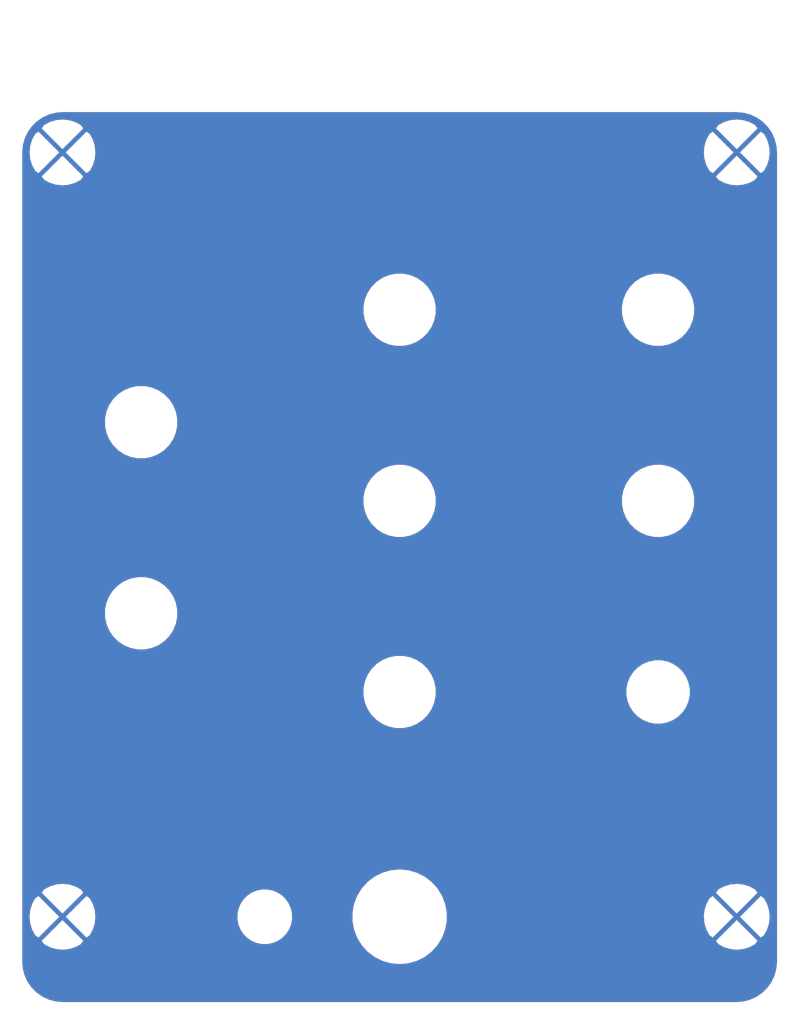
<source format=kicad_pcb>
(kicad_pcb (version 20171130) (host pcbnew 5.1.10-88a1d61d58~88~ubuntu20.04.1)

  (general
    (thickness 1.6)
    (drawings 65)
    (tracks 0)
    (zones 0)
    (modules 0)
    (nets 2)
  )

  (page A4)
  (title_block
    (title "Whooshy Sound front panel drill guide")
    (date 2021-06-29)
    (rev 0)
    (comment 1 creativecommons.org/licenses/by/4.0/)
    (comment 2 "License: CC by 4.0")
    (comment 3 "Author: Jordan Aceto")
  )

  (layers
    (0 F.Cu signal hide)
    (31 B.Cu signal hide)
    (32 B.Adhes user)
    (33 F.Adhes user)
    (34 B.Paste user)
    (35 F.Paste user)
    (36 B.SilkS user)
    (37 F.SilkS user)
    (38 B.Mask user)
    (39 F.Mask user)
    (40 Dwgs.User user)
    (41 Cmts.User user)
    (42 Eco1.User user)
    (43 Eco2.User user)
    (44 Edge.Cuts user)
    (45 Margin user)
    (46 B.CrtYd user)
    (47 F.CrtYd user)
    (48 B.Fab user hide)
    (49 F.Fab user hide)
  )

  (setup
    (last_trace_width 0.25)
    (user_trace_width 0.3)
    (user_trace_width 0.4)
    (user_trace_width 0.5)
    (user_trace_width 1)
    (trace_clearance 0.2)
    (zone_clearance 0.508)
    (zone_45_only no)
    (trace_min 0.2)
    (via_size 0.8)
    (via_drill 0.4)
    (via_min_size 0.4)
    (via_min_drill 0.3)
    (user_via 1 0.8)
    (uvia_size 0.3)
    (uvia_drill 0.1)
    (uvias_allowed no)
    (uvia_min_size 0.2)
    (uvia_min_drill 0.1)
    (edge_width 0.05)
    (segment_width 0.2)
    (pcb_text_width 0.3)
    (pcb_text_size 1.5 1.5)
    (mod_edge_width 0.12)
    (mod_text_size 1 1)
    (mod_text_width 0.15)
    (pad_size 0.8 0.8)
    (pad_drill 0.5)
    (pad_to_mask_clearance 0.05)
    (aux_axis_origin 0 0)
    (visible_elements FFFFFF7F)
    (pcbplotparams
      (layerselection 0x010f0_ffffffff)
      (usegerberextensions true)
      (usegerberattributes false)
      (usegerberadvancedattributes false)
      (creategerberjobfile false)
      (excludeedgelayer true)
      (linewidth 0.100000)
      (plotframeref false)
      (viasonmask false)
      (mode 1)
      (useauxorigin false)
      (hpglpennumber 1)
      (hpglpenspeed 20)
      (hpglpendiameter 15.000000)
      (psnegative false)
      (psa4output false)
      (plotreference true)
      (plotvalue false)
      (plotinvisibletext false)
      (padsonsilk false)
      (subtractmaskfromsilk true)
      (outputformat 1)
      (mirror false)
      (drillshape 0)
      (scaleselection 1)
      (outputdirectory "../gerbers/"))
  )

  (net 0 "")
  (net 1 GND)

  (net_class Default "This is the default net class."
    (clearance 0.2)
    (trace_width 0.25)
    (via_dia 0.8)
    (via_drill 0.4)
    (uvia_dia 0.3)
    (uvia_drill 0.1)
    (add_net GND)
  )

  (gr_text "Hamond 1590BBS" (at 116.84 27.305) (layer Dwgs.User) (tstamp 60DB8631)
    (effects (font (size 3 3) (thickness 0.15)))
  )
  (gr_text pot (at 146.05 50.165) (layer Dwgs.User) (tstamp 60DB8631)
    (effects (font (size 3 3) (thickness 0.15)))
  )
  (gr_text pot (at 146.05 71.755) (layer Dwgs.User) (tstamp 60DB8631)
    (effects (font (size 3 3) (thickness 0.15)))
  )
  (gr_text pot (at 116.84 93.345) (layer Dwgs.User) (tstamp 60DB8631)
    (effects (font (size 3 3) (thickness 0.15)))
  )
  (gr_text pot (at 116.84 71.755) (layer Dwgs.User) (tstamp 60DB8631)
    (effects (font (size 3 3) (thickness 0.15)))
  )
  (gr_text pot (at 116.84 50.165) (layer Dwgs.User) (tstamp 60DB8631)
    (effects (font (size 3 3) (thickness 0.15)))
  )
  (gr_text pot (at 87.63 84.455) (layer Dwgs.User) (tstamp 60DB8631)
    (effects (font (size 3 3) (thickness 0.15)))
  )
  (gr_text pot (at 87.63 62.865) (layer Dwgs.User) (tstamp 60DB85EC)
    (effects (font (size 3 3) (thickness 0.15)))
  )
  (gr_text "toggle\nswitch" (at 146.05 93.345) (layer Dwgs.User) (tstamp 60DB85EC)
    (effects (font (size 3 3) (thickness 0.15)))
  )
  (gr_text footswitch (at 116.84 135.255) (layer Dwgs.User) (tstamp 60DB85EC)
    (effects (font (size 3 3) (thickness 0.15)))
  )
  (gr_text "5mm LED" (at 101.6 120.015) (layer Dwgs.User) (tstamp 60DB85EC)
    (effects (font (size 3 3) (thickness 0.15)))
  )
  (gr_text M3 (at 78.74 120.015) (layer Dwgs.User) (tstamp 60DB85EC)
    (effects (font (size 3 3) (thickness 0.15)))
  )
  (gr_text M3 (at 154.94 120.015) (layer Dwgs.User) (tstamp 60DB85EC)
    (effects (font (size 3 3) (thickness 0.15)))
  )
  (gr_text M3 (at 154.94 33.655) (layer Dwgs.User) (tstamp 60DB85EC)
    (effects (font (size 3 3) (thickness 0.15)))
  )
  (gr_text M3 (at 78.74 33.655) (layer Dwgs.User) (tstamp 60DB85EC)
    (effects (font (size 3 3) (thickness 0.15)))
  )
  (gr_line (start 73.66 40.64) (end 83.82 40.64) (layer Dwgs.User) (width 0.15) (tstamp 60DB85C5))
  (gr_line (start 78.74 45.72) (end 78.74 35.56) (layer Dwgs.User) (width 0.15) (tstamp 60DB85C4))
  (gr_line (start 149.86 40.64) (end 160.02 40.64) (layer Dwgs.User) (width 0.15) (tstamp 60DB85C5))
  (gr_line (start 154.94 45.72) (end 154.94 35.56) (layer Dwgs.User) (width 0.15) (tstamp 60DB85C4))
  (gr_line (start 140.97 58.42) (end 151.13 58.42) (layer Dwgs.User) (width 0.15) (tstamp 60DB85C5))
  (gr_line (start 146.05 63.5) (end 146.05 53.34) (layer Dwgs.User) (width 0.15) (tstamp 60DB85C4))
  (gr_line (start 111.76 58.42) (end 121.92 58.42) (layer Dwgs.User) (width 0.15) (tstamp 60DB85C5))
  (gr_line (start 116.84 63.5) (end 116.84 53.34) (layer Dwgs.User) (width 0.15) (tstamp 60DB85C4))
  (gr_line (start 82.55 71.12) (end 92.71 71.12) (layer Dwgs.User) (width 0.15) (tstamp 60DB85C5))
  (gr_line (start 87.63 76.2) (end 87.63 66.04) (layer Dwgs.User) (width 0.15) (tstamp 60DB85C4))
  (gr_line (start 140.97 80.01) (end 151.13 80.01) (layer Dwgs.User) (width 0.15) (tstamp 60DB85C5))
  (gr_line (start 146.05 85.09) (end 146.05 74.93) (layer Dwgs.User) (width 0.15) (tstamp 60DB85C4))
  (gr_line (start 111.76 80.01) (end 121.92 80.01) (layer Dwgs.User) (width 0.15) (tstamp 60DB85C5))
  (gr_line (start 116.84 85.09) (end 116.84 74.93) (layer Dwgs.User) (width 0.15) (tstamp 60DB85C4))
  (gr_line (start 111.76 101.6) (end 121.92 101.6) (layer Dwgs.User) (width 0.15) (tstamp 60DB85C5))
  (gr_line (start 116.84 106.68) (end 116.84 96.52) (layer Dwgs.User) (width 0.15) (tstamp 60DB85C4))
  (gr_line (start 140.97 101.6) (end 151.13 101.6) (layer Dwgs.User) (width 0.15) (tstamp 60DB85C5))
  (gr_line (start 146.05 106.68) (end 146.05 96.52) (layer Dwgs.User) (width 0.15) (tstamp 60DB85C4))
  (gr_line (start 149.86 127) (end 160.02 127) (layer Dwgs.User) (width 0.15) (tstamp 60DB85C5))
  (gr_line (start 154.94 132.08) (end 154.94 121.92) (layer Dwgs.User) (width 0.15) (tstamp 60DB85C4))
  (gr_line (start 111.76 127) (end 121.92 127) (layer Dwgs.User) (width 0.15) (tstamp 60DB85C5))
  (gr_line (start 116.84 132.08) (end 116.84 121.92) (layer Dwgs.User) (width 0.15) (tstamp 60DB85C4))
  (gr_line (start 96.52 127) (end 106.68 127) (layer Dwgs.User) (width 0.15) (tstamp 60DB85C5))
  (gr_line (start 101.6 132.08) (end 101.6 121.92) (layer Dwgs.User) (width 0.15) (tstamp 60DB85C4))
  (gr_line (start 73.66 127) (end 83.82 127) (layer Dwgs.User) (width 0.15) (tstamp 60DB85C5))
  (gr_line (start 78.74 132.08) (end 78.74 121.92) (layer Dwgs.User) (width 0.15) (tstamp 60DB85C4))
  (gr_line (start 87.63 97.79) (end 87.63 87.63) (layer Dwgs.User) (width 0.15) (tstamp 60DB843B))
  (gr_line (start 82.55 92.71) (end 92.71 92.71) (layer Dwgs.User) (width 0.15) (tstamp 60DB843A))
  (gr_circle (center 101.6 127) (end 104.15 127) (layer Dwgs.User) (width 0.15) (tstamp 60DB84F6))
  (gr_circle (center 154.94 40.64) (end 156.49 40.64) (layer Dwgs.User) (width 0.15) (tstamp 60DB8488))
  (gr_circle (center 78.74 40.64) (end 80.29 40.64) (layer Dwgs.User) (width 0.15) (tstamp 60DB8488))
  (gr_circle (center 78.74 127) (end 80.29 127) (layer Dwgs.User) (width 0.15) (tstamp 60DB8488))
  (gr_circle (center 154.94 127) (end 156.49 127) (layer Dwgs.User) (width 0.15))
  (gr_arc (start 159.385 26.035) (end 161.925 26.035) (angle -90) (layer Dwgs.User) (width 0.15) (tstamp 60CD313B))
  (gr_arc (start 159.385 136.525) (end 159.385 139.065) (angle -90) (layer Dwgs.User) (width 0.15) (tstamp 60CD313B))
  (gr_arc (start 74.295 136.525) (end 71.755 136.525) (angle -90) (layer Dwgs.User) (width 0.15) (tstamp 60CD313B))
  (gr_arc (start 74.295 26.035) (end 74.295 23.495) (angle -90) (layer Dwgs.User) (width 0.15))
  (gr_line (start 74.295 139.065) (end 159.385 139.065) (layer Dwgs.User) (width 0.15) (tstamp 60CD3114))
  (gr_line (start 71.755 26.035) (end 71.755 136.525) (layer Dwgs.User) (width 0.15))
  (gr_line (start 161.925 26.035) (end 161.925 136.525) (layer Dwgs.User) (width 0.15))
  (gr_line (start 74.295 23.495) (end 159.385 23.495) (layer Dwgs.User) (width 0.15))
  (gr_circle (center 116.84 127) (end 120.92 127) (layer Dwgs.User) (width 0.15))
  (gr_circle (center 116.84 101.6) (end 120.39 101.6) (layer Dwgs.User) (width 0.15) (tstamp 60CCFA57))
  (gr_circle (center 87.63 92.71) (end 91.18 92.71) (layer Dwgs.User) (width 0.15) (tstamp 60CCFA57))
  (gr_circle (center 146.05 101.6) (end 149.1 101.6) (layer Dwgs.User) (width 0.15) (tstamp 60CCFA57))
  (gr_circle (center 146.05 80.01) (end 149.6 80.01) (layer Dwgs.User) (width 0.15) (tstamp 60CCFA57))
  (gr_circle (center 116.84 80.01) (end 120.39 80.01) (layer Dwgs.User) (width 0.15) (tstamp 60CCFA57))
  (gr_circle (center 87.63 71.12) (end 91.18 71.12) (layer Dwgs.User) (width 0.15) (tstamp 5F20212B))
  (gr_circle (center 116.84 58.42) (end 120.39 58.42) (layer Dwgs.User) (width 0.15) (tstamp 5F20212B))
  (gr_circle (center 146.05 58.42) (end 149.6 58.42) (layer Dwgs.User) (width 0.15))

  (zone (net 1) (net_name GND) (layer F.Cu) (tstamp 60DB82AA) (hatch edge 0.508)
    (connect_pads (clearance 0.508))
    (min_thickness 0.254)
    (fill yes (arc_segments 32) (thermal_gap 0.508) (thermal_bridge_width 0.508))
    (polygon
      (pts
        (xy 162.56 139.7) (xy 71.12 139.7) (xy 71.12 33.02) (xy 162.56 33.02)
      )
    )
    (filled_polygon
      (pts
        (xy 155.722249 36.292437) (xy 156.479774 36.499672) (xy 157.188625 36.837777) (xy 157.826404 37.296067) (xy 158.372946 37.860055)
        (xy 158.810977 38.511913) (xy 159.126651 39.231038) (xy 159.311206 39.999768) (xy 159.360001 40.664221) (xy 159.36 132.050608)
        (xy 159.287563 132.862249) (xy 159.080328 133.619774) (xy 158.742221 134.328627) (xy 158.283928 134.96641) (xy 157.719945 135.512946)
        (xy 157.068085 135.950978) (xy 156.348963 136.266651) (xy 155.580232 136.451206) (xy 154.915792 136.5) (xy 78.769392 136.5)
        (xy 77.957751 136.427563) (xy 77.200226 136.220328) (xy 76.491373 135.882221) (xy 75.85359 135.423928) (xy 75.307054 134.859945)
        (xy 74.869022 134.208085) (xy 74.553349 133.488963) (xy 74.368794 132.720232) (xy 74.32 132.055792) (xy 74.32 129.700881)
        (xy 76.218724 129.700881) (xy 76.578912 130.190548) (xy 77.242882 130.550849) (xy 77.964385 130.774694) (xy 78.715695 130.85348)
        (xy 79.467938 130.784178) (xy 80.192208 130.569452) (xy 80.86067 130.217555) (xy 80.901088 130.190548) (xy 81.261276 129.700881)
        (xy 78.74 127.179605) (xy 76.218724 129.700881) (xy 74.32 129.700881) (xy 74.32 126.975695) (xy 74.88652 126.975695)
        (xy 74.955822 127.727938) (xy 75.170548 128.452208) (xy 75.522445 129.12067) (xy 75.549452 129.161088) (xy 76.039119 129.521276)
        (xy 78.560395 127) (xy 78.919605 127) (xy 81.440881 129.521276) (xy 81.930548 129.161088) (xy 82.290849 128.497118)
        (xy 82.514694 127.775615) (xy 82.59348 127.024305) (xy 82.562074 126.683405) (xy 98.385553 126.683405) (xy 98.385553 127.316595)
        (xy 98.509083 127.93762) (xy 98.751394 128.522611) (xy 99.103176 129.04909) (xy 99.55091 129.496824) (xy 100.077389 129.848606)
        (xy 100.66238 130.090917) (xy 101.283405 130.214447) (xy 101.916595 130.214447) (xy 102.53762 130.090917) (xy 103.122611 129.848606)
        (xy 103.64909 129.496824) (xy 104.096824 129.04909) (xy 104.448606 128.522611) (xy 104.690917 127.93762) (xy 104.814447 127.316595)
        (xy 104.814447 126.683405) (xy 104.776846 126.494369) (xy 111.383377 126.494369) (xy 111.383377 127.505631) (xy 111.569195 128.499673)
        (xy 111.934505 129.442646) (xy 112.466866 130.302438) (xy 113.148148 131.049769) (xy 113.955152 131.65919) (xy 114.860396 132.109948)
        (xy 115.833053 132.386693) (xy 116.84 132.48) (xy 117.846947 132.386693) (xy 118.819604 132.109948) (xy 119.724848 131.65919)
        (xy 120.531852 131.049769) (xy 121.213134 130.302438) (xy 121.585602 129.700881) (xy 152.418724 129.700881) (xy 152.778912 130.190548)
        (xy 153.442882 130.550849) (xy 154.164385 130.774694) (xy 154.915695 130.85348) (xy 155.667938 130.784178) (xy 156.392208 130.569452)
        (xy 157.06067 130.217555) (xy 157.101088 130.190548) (xy 157.461276 129.700881) (xy 154.94 127.179605) (xy 152.418724 129.700881)
        (xy 121.585602 129.700881) (xy 121.745495 129.442646) (xy 122.110805 128.499673) (xy 122.296623 127.505631) (xy 122.296623 126.975695)
        (xy 151.08652 126.975695) (xy 151.155822 127.727938) (xy 151.370548 128.452208) (xy 151.722445 129.12067) (xy 151.749452 129.161088)
        (xy 152.239119 129.521276) (xy 154.760395 127) (xy 155.119605 127) (xy 157.640881 129.521276) (xy 158.130548 129.161088)
        (xy 158.490849 128.497118) (xy 158.714694 127.775615) (xy 158.79348 127.024305) (xy 158.724178 126.272062) (xy 158.509452 125.547792)
        (xy 158.157555 124.87933) (xy 158.130548 124.838912) (xy 157.640881 124.478724) (xy 155.119605 127) (xy 154.760395 127)
        (xy 152.239119 124.478724) (xy 151.749452 124.838912) (xy 151.389151 125.502882) (xy 151.165306 126.224385) (xy 151.08652 126.975695)
        (xy 122.296623 126.975695) (xy 122.296623 126.494369) (xy 122.110805 125.500327) (xy 121.745495 124.557354) (xy 121.585603 124.299119)
        (xy 152.418724 124.299119) (xy 154.94 126.820395) (xy 157.461276 124.299119) (xy 157.101088 123.809452) (xy 156.437118 123.449151)
        (xy 155.715615 123.225306) (xy 154.964305 123.14652) (xy 154.212062 123.215822) (xy 153.487792 123.430548) (xy 152.81933 123.782445)
        (xy 152.778912 123.809452) (xy 152.418724 124.299119) (xy 121.585603 124.299119) (xy 121.213134 123.697562) (xy 120.531852 122.950231)
        (xy 119.724848 122.34081) (xy 118.819604 121.890052) (xy 117.846947 121.613307) (xy 116.84 121.52) (xy 115.833053 121.613307)
        (xy 114.860396 121.890052) (xy 113.955152 122.34081) (xy 113.148148 122.950231) (xy 112.466866 123.697562) (xy 111.934505 124.557354)
        (xy 111.569195 125.500327) (xy 111.383377 126.494369) (xy 104.776846 126.494369) (xy 104.690917 126.06238) (xy 104.448606 125.477389)
        (xy 104.096824 124.95091) (xy 103.64909 124.503176) (xy 103.122611 124.151394) (xy 102.53762 123.909083) (xy 101.916595 123.785553)
        (xy 101.283405 123.785553) (xy 100.66238 123.909083) (xy 100.077389 124.151394) (xy 99.55091 124.503176) (xy 99.103176 124.95091)
        (xy 98.751394 125.477389) (xy 98.509083 126.06238) (xy 98.385553 126.683405) (xy 82.562074 126.683405) (xy 82.524178 126.272062)
        (xy 82.309452 125.547792) (xy 81.957555 124.87933) (xy 81.930548 124.838912) (xy 81.440881 124.478724) (xy 78.919605 127)
        (xy 78.560395 127) (xy 76.039119 124.478724) (xy 75.549452 124.838912) (xy 75.189151 125.502882) (xy 74.965306 126.224385)
        (xy 74.88652 126.975695) (xy 74.32 126.975695) (xy 74.32 124.299119) (xy 76.218724 124.299119) (xy 78.74 126.820395)
        (xy 81.261276 124.299119) (xy 80.901088 123.809452) (xy 80.237118 123.449151) (xy 79.515615 123.225306) (xy 78.764305 123.14652)
        (xy 78.012062 123.215822) (xy 77.287792 123.430548) (xy 76.61933 123.782445) (xy 76.578912 123.809452) (xy 76.218724 124.299119)
        (xy 74.32 124.299119) (xy 74.32 101.185387) (xy 112.630369 101.185387) (xy 112.630369 102.014613) (xy 112.792142 102.827904)
        (xy 113.109473 103.594008) (xy 113.570166 104.283484) (xy 114.156516 104.869834) (xy 114.845992 105.330527) (xy 115.612096 105.647858)
        (xy 116.425387 105.809631) (xy 117.254613 105.809631) (xy 118.067904 105.647858) (xy 118.834008 105.330527) (xy 119.523484 104.869834)
        (xy 120.109834 104.283484) (xy 120.570527 103.594008) (xy 120.887858 102.827904) (xy 121.049631 102.014613) (xy 121.049631 101.234396)
        (xy 142.337961 101.234396) (xy 142.337961 101.965604) (xy 142.480613 102.682762) (xy 142.760434 103.35831) (xy 143.166671 103.966287)
        (xy 143.683713 104.483329) (xy 144.29169 104.889566) (xy 144.967238 105.169387) (xy 145.684396 105.312039) (xy 146.415604 105.312039)
        (xy 147.132762 105.169387) (xy 147.80831 104.889566) (xy 148.416287 104.483329) (xy 148.933329 103.966287) (xy 149.339566 103.35831)
        (xy 149.619387 102.682762) (xy 149.762039 101.965604) (xy 149.762039 101.234396) (xy 149.619387 100.517238) (xy 149.339566 99.84169)
        (xy 148.933329 99.233713) (xy 148.416287 98.716671) (xy 147.80831 98.310434) (xy 147.132762 98.030613) (xy 146.415604 97.887961)
        (xy 145.684396 97.887961) (xy 144.967238 98.030613) (xy 144.29169 98.310434) (xy 143.683713 98.716671) (xy 143.166671 99.233713)
        (xy 142.760434 99.84169) (xy 142.480613 100.517238) (xy 142.337961 101.234396) (xy 121.049631 101.234396) (xy 121.049631 101.185387)
        (xy 120.887858 100.372096) (xy 120.570527 99.605992) (xy 120.109834 98.916516) (xy 119.523484 98.330166) (xy 118.834008 97.869473)
        (xy 118.067904 97.552142) (xy 117.254613 97.390369) (xy 116.425387 97.390369) (xy 115.612096 97.552142) (xy 114.845992 97.869473)
        (xy 114.156516 98.330166) (xy 113.570166 98.916516) (xy 113.109473 99.605992) (xy 112.792142 100.372096) (xy 112.630369 101.185387)
        (xy 74.32 101.185387) (xy 74.32 92.295387) (xy 83.420369 92.295387) (xy 83.420369 93.124613) (xy 83.582142 93.937904)
        (xy 83.899473 94.704008) (xy 84.360166 95.393484) (xy 84.946516 95.979834) (xy 85.635992 96.440527) (xy 86.402096 96.757858)
        (xy 87.215387 96.919631) (xy 88.044613 96.919631) (xy 88.857904 96.757858) (xy 89.624008 96.440527) (xy 90.313484 95.979834)
        (xy 90.899834 95.393484) (xy 91.360527 94.704008) (xy 91.677858 93.937904) (xy 91.839631 93.124613) (xy 91.839631 92.295387)
        (xy 91.677858 91.482096) (xy 91.360527 90.715992) (xy 90.899834 90.026516) (xy 90.313484 89.440166) (xy 89.624008 88.979473)
        (xy 88.857904 88.662142) (xy 88.044613 88.500369) (xy 87.215387 88.500369) (xy 86.402096 88.662142) (xy 85.635992 88.979473)
        (xy 84.946516 89.440166) (xy 84.360166 90.026516) (xy 83.899473 90.715992) (xy 83.582142 91.482096) (xy 83.420369 92.295387)
        (xy 74.32 92.295387) (xy 74.32 79.595387) (xy 112.630369 79.595387) (xy 112.630369 80.424613) (xy 112.792142 81.237904)
        (xy 113.109473 82.004008) (xy 113.570166 82.693484) (xy 114.156516 83.279834) (xy 114.845992 83.740527) (xy 115.612096 84.057858)
        (xy 116.425387 84.219631) (xy 117.254613 84.219631) (xy 118.067904 84.057858) (xy 118.834008 83.740527) (xy 119.523484 83.279834)
        (xy 120.109834 82.693484) (xy 120.570527 82.004008) (xy 120.887858 81.237904) (xy 121.049631 80.424613) (xy 121.049631 79.595387)
        (xy 141.840369 79.595387) (xy 141.840369 80.424613) (xy 142.002142 81.237904) (xy 142.319473 82.004008) (xy 142.780166 82.693484)
        (xy 143.366516 83.279834) (xy 144.055992 83.740527) (xy 144.822096 84.057858) (xy 145.635387 84.219631) (xy 146.464613 84.219631)
        (xy 147.277904 84.057858) (xy 148.044008 83.740527) (xy 148.733484 83.279834) (xy 149.319834 82.693484) (xy 149.780527 82.004008)
        (xy 150.097858 81.237904) (xy 150.259631 80.424613) (xy 150.259631 79.595387) (xy 150.097858 78.782096) (xy 149.780527 78.015992)
        (xy 149.319834 77.326516) (xy 148.733484 76.740166) (xy 148.044008 76.279473) (xy 147.277904 75.962142) (xy 146.464613 75.800369)
        (xy 145.635387 75.800369) (xy 144.822096 75.962142) (xy 144.055992 76.279473) (xy 143.366516 76.740166) (xy 142.780166 77.326516)
        (xy 142.319473 78.015992) (xy 142.002142 78.782096) (xy 141.840369 79.595387) (xy 121.049631 79.595387) (xy 120.887858 78.782096)
        (xy 120.570527 78.015992) (xy 120.109834 77.326516) (xy 119.523484 76.740166) (xy 118.834008 76.279473) (xy 118.067904 75.962142)
        (xy 117.254613 75.800369) (xy 116.425387 75.800369) (xy 115.612096 75.962142) (xy 114.845992 76.279473) (xy 114.156516 76.740166)
        (xy 113.570166 77.326516) (xy 113.109473 78.015992) (xy 112.792142 78.782096) (xy 112.630369 79.595387) (xy 74.32 79.595387)
        (xy 74.32 70.705387) (xy 83.420369 70.705387) (xy 83.420369 71.534613) (xy 83.582142 72.347904) (xy 83.899473 73.114008)
        (xy 84.360166 73.803484) (xy 84.946516 74.389834) (xy 85.635992 74.850527) (xy 86.402096 75.167858) (xy 87.215387 75.329631)
        (xy 88.044613 75.329631) (xy 88.857904 75.167858) (xy 89.624008 74.850527) (xy 90.313484 74.389834) (xy 90.899834 73.803484)
        (xy 91.360527 73.114008) (xy 91.677858 72.347904) (xy 91.839631 71.534613) (xy 91.839631 70.705387) (xy 91.677858 69.892096)
        (xy 91.360527 69.125992) (xy 90.899834 68.436516) (xy 90.313484 67.850166) (xy 89.624008 67.389473) (xy 88.857904 67.072142)
        (xy 88.044613 66.910369) (xy 87.215387 66.910369) (xy 86.402096 67.072142) (xy 85.635992 67.389473) (xy 84.946516 67.850166)
        (xy 84.360166 68.436516) (xy 83.899473 69.125992) (xy 83.582142 69.892096) (xy 83.420369 70.705387) (xy 74.32 70.705387)
        (xy 74.32 58.005387) (xy 112.630369 58.005387) (xy 112.630369 58.834613) (xy 112.792142 59.647904) (xy 113.109473 60.414008)
        (xy 113.570166 61.103484) (xy 114.156516 61.689834) (xy 114.845992 62.150527) (xy 115.612096 62.467858) (xy 116.425387 62.629631)
        (xy 117.254613 62.629631) (xy 118.067904 62.467858) (xy 118.834008 62.150527) (xy 119.523484 61.689834) (xy 120.109834 61.103484)
        (xy 120.570527 60.414008) (xy 120.887858 59.647904) (xy 121.049631 58.834613) (xy 121.049631 58.005387) (xy 141.840369 58.005387)
        (xy 141.840369 58.834613) (xy 142.002142 59.647904) (xy 142.319473 60.414008) (xy 142.780166 61.103484) (xy 143.366516 61.689834)
        (xy 144.055992 62.150527) (xy 144.822096 62.467858) (xy 145.635387 62.629631) (xy 146.464613 62.629631) (xy 147.277904 62.467858)
        (xy 148.044008 62.150527) (xy 148.733484 61.689834) (xy 149.319834 61.103484) (xy 149.780527 60.414008) (xy 150.097858 59.647904)
        (xy 150.259631 58.834613) (xy 150.259631 58.005387) (xy 150.097858 57.192096) (xy 149.780527 56.425992) (xy 149.319834 55.736516)
        (xy 148.733484 55.150166) (xy 148.044008 54.689473) (xy 147.277904 54.372142) (xy 146.464613 54.210369) (xy 145.635387 54.210369)
        (xy 144.822096 54.372142) (xy 144.055992 54.689473) (xy 143.366516 55.150166) (xy 142.780166 55.736516) (xy 142.319473 56.425992)
        (xy 142.002142 57.192096) (xy 141.840369 58.005387) (xy 121.049631 58.005387) (xy 120.887858 57.192096) (xy 120.570527 56.425992)
        (xy 120.109834 55.736516) (xy 119.523484 55.150166) (xy 118.834008 54.689473) (xy 118.067904 54.372142) (xy 117.254613 54.210369)
        (xy 116.425387 54.210369) (xy 115.612096 54.372142) (xy 114.845992 54.689473) (xy 114.156516 55.150166) (xy 113.570166 55.736516)
        (xy 113.109473 56.425992) (xy 112.792142 57.192096) (xy 112.630369 58.005387) (xy 74.32 58.005387) (xy 74.32 43.340881)
        (xy 76.218724 43.340881) (xy 76.578912 43.830548) (xy 77.242882 44.190849) (xy 77.964385 44.414694) (xy 78.715695 44.49348)
        (xy 79.467938 44.424178) (xy 80.192208 44.209452) (xy 80.86067 43.857555) (xy 80.901088 43.830548) (xy 81.261276 43.340881)
        (xy 152.418724 43.340881) (xy 152.778912 43.830548) (xy 153.442882 44.190849) (xy 154.164385 44.414694) (xy 154.915695 44.49348)
        (xy 155.667938 44.424178) (xy 156.392208 44.209452) (xy 157.06067 43.857555) (xy 157.101088 43.830548) (xy 157.461276 43.340881)
        (xy 154.94 40.819605) (xy 152.418724 43.340881) (xy 81.261276 43.340881) (xy 78.74 40.819605) (xy 76.218724 43.340881)
        (xy 74.32 43.340881) (xy 74.32 40.669392) (xy 74.324792 40.615695) (xy 74.88652 40.615695) (xy 74.955822 41.367938)
        (xy 75.170548 42.092208) (xy 75.522445 42.76067) (xy 75.549452 42.801088) (xy 76.039119 43.161276) (xy 78.560395 40.64)
        (xy 78.919605 40.64) (xy 81.440881 43.161276) (xy 81.930548 42.801088) (xy 82.290849 42.137118) (xy 82.514694 41.415615)
        (xy 82.59348 40.664305) (xy 82.589002 40.615695) (xy 151.08652 40.615695) (xy 151.155822 41.367938) (xy 151.370548 42.092208)
        (xy 151.722445 42.76067) (xy 151.749452 42.801088) (xy 152.239119 43.161276) (xy 154.760395 40.64) (xy 155.119605 40.64)
        (xy 157.640881 43.161276) (xy 158.130548 42.801088) (xy 158.490849 42.137118) (xy 158.714694 41.415615) (xy 158.79348 40.664305)
        (xy 158.724178 39.912062) (xy 158.509452 39.187792) (xy 158.157555 38.51933) (xy 158.130548 38.478912) (xy 157.640881 38.118724)
        (xy 155.119605 40.64) (xy 154.760395 40.64) (xy 152.239119 38.118724) (xy 151.749452 38.478912) (xy 151.389151 39.142882)
        (xy 151.165306 39.864385) (xy 151.08652 40.615695) (xy 82.589002 40.615695) (xy 82.524178 39.912062) (xy 82.309452 39.187792)
        (xy 81.957555 38.51933) (xy 81.930548 38.478912) (xy 81.440881 38.118724) (xy 78.919605 40.64) (xy 78.560395 40.64)
        (xy 76.039119 38.118724) (xy 75.549452 38.478912) (xy 75.189151 39.142882) (xy 74.965306 39.864385) (xy 74.88652 40.615695)
        (xy 74.324792 40.615695) (xy 74.392437 39.857751) (xy 74.599672 39.100226) (xy 74.937777 38.391375) (xy 75.262755 37.939119)
        (xy 76.218724 37.939119) (xy 78.74 40.460395) (xy 81.261276 37.939119) (xy 152.418724 37.939119) (xy 154.94 40.460395)
        (xy 157.461276 37.939119) (xy 157.101088 37.449452) (xy 156.437118 37.089151) (xy 155.715615 36.865306) (xy 154.964305 36.78652)
        (xy 154.212062 36.855822) (xy 153.487792 37.070548) (xy 152.81933 37.422445) (xy 152.778912 37.449452) (xy 152.418724 37.939119)
        (xy 81.261276 37.939119) (xy 80.901088 37.449452) (xy 80.237118 37.089151) (xy 79.515615 36.865306) (xy 78.764305 36.78652)
        (xy 78.012062 36.855822) (xy 77.287792 37.070548) (xy 76.61933 37.422445) (xy 76.578912 37.449452) (xy 76.218724 37.939119)
        (xy 75.262755 37.939119) (xy 75.396067 37.753596) (xy 75.960055 37.207054) (xy 76.611913 36.769023) (xy 77.331038 36.453349)
        (xy 78.099768 36.268794) (xy 78.764207 36.22) (xy 154.910608 36.22)
      )
    )
  )
  (zone (net 1) (net_name GND) (layer B.Cu) (tstamp 60DB82A7) (hatch edge 0.508)
    (connect_pads (clearance 0.508))
    (min_thickness 0.254)
    (fill yes (arc_segments 32) (thermal_gap 0.508) (thermal_bridge_width 0.508))
    (polygon
      (pts
        (xy 165.1 142.24) (xy 68.58 142.24) (xy 68.58 30.48) (xy 165.1 30.48)
      )
    )
    (filled_polygon
      (pts
        (xy 155.722249 36.292437) (xy 156.479774 36.499672) (xy 157.188625 36.837777) (xy 157.826404 37.296067) (xy 158.372946 37.860055)
        (xy 158.810977 38.511913) (xy 159.126651 39.231038) (xy 159.311206 39.999768) (xy 159.360001 40.664221) (xy 159.36 132.050608)
        (xy 159.287563 132.862249) (xy 159.080328 133.619774) (xy 158.742221 134.328627) (xy 158.283928 134.96641) (xy 157.719945 135.512946)
        (xy 157.068085 135.950978) (xy 156.348963 136.266651) (xy 155.580232 136.451206) (xy 154.915792 136.5) (xy 78.769392 136.5)
        (xy 77.957751 136.427563) (xy 77.200226 136.220328) (xy 76.491373 135.882221) (xy 75.85359 135.423928) (xy 75.307054 134.859945)
        (xy 74.869022 134.208085) (xy 74.553349 133.488963) (xy 74.368794 132.720232) (xy 74.32 132.055792) (xy 74.32 129.700881)
        (xy 76.218724 129.700881) (xy 76.578912 130.190548) (xy 77.242882 130.550849) (xy 77.964385 130.774694) (xy 78.715695 130.85348)
        (xy 79.467938 130.784178) (xy 80.192208 130.569452) (xy 80.86067 130.217555) (xy 80.901088 130.190548) (xy 81.261276 129.700881)
        (xy 78.74 127.179605) (xy 76.218724 129.700881) (xy 74.32 129.700881) (xy 74.32 126.975695) (xy 74.88652 126.975695)
        (xy 74.955822 127.727938) (xy 75.170548 128.452208) (xy 75.522445 129.12067) (xy 75.549452 129.161088) (xy 76.039119 129.521276)
        (xy 78.560395 127) (xy 78.919605 127) (xy 81.440881 129.521276) (xy 81.930548 129.161088) (xy 82.290849 128.497118)
        (xy 82.514694 127.775615) (xy 82.59348 127.024305) (xy 82.562074 126.683405) (xy 98.385553 126.683405) (xy 98.385553 127.316595)
        (xy 98.509083 127.93762) (xy 98.751394 128.522611) (xy 99.103176 129.04909) (xy 99.55091 129.496824) (xy 100.077389 129.848606)
        (xy 100.66238 130.090917) (xy 101.283405 130.214447) (xy 101.916595 130.214447) (xy 102.53762 130.090917) (xy 103.122611 129.848606)
        (xy 103.64909 129.496824) (xy 104.096824 129.04909) (xy 104.448606 128.522611) (xy 104.690917 127.93762) (xy 104.814447 127.316595)
        (xy 104.814447 126.683405) (xy 104.776846 126.494369) (xy 111.383377 126.494369) (xy 111.383377 127.505631) (xy 111.569195 128.499673)
        (xy 111.934505 129.442646) (xy 112.466866 130.302438) (xy 113.148148 131.049769) (xy 113.955152 131.65919) (xy 114.860396 132.109948)
        (xy 115.833053 132.386693) (xy 116.84 132.48) (xy 117.846947 132.386693) (xy 118.819604 132.109948) (xy 119.724848 131.65919)
        (xy 120.531852 131.049769) (xy 121.213134 130.302438) (xy 121.585602 129.700881) (xy 152.418724 129.700881) (xy 152.778912 130.190548)
        (xy 153.442882 130.550849) (xy 154.164385 130.774694) (xy 154.915695 130.85348) (xy 155.667938 130.784178) (xy 156.392208 130.569452)
        (xy 157.06067 130.217555) (xy 157.101088 130.190548) (xy 157.461276 129.700881) (xy 154.94 127.179605) (xy 152.418724 129.700881)
        (xy 121.585602 129.700881) (xy 121.745495 129.442646) (xy 122.110805 128.499673) (xy 122.296623 127.505631) (xy 122.296623 126.975695)
        (xy 151.08652 126.975695) (xy 151.155822 127.727938) (xy 151.370548 128.452208) (xy 151.722445 129.12067) (xy 151.749452 129.161088)
        (xy 152.239119 129.521276) (xy 154.760395 127) (xy 155.119605 127) (xy 157.640881 129.521276) (xy 158.130548 129.161088)
        (xy 158.490849 128.497118) (xy 158.714694 127.775615) (xy 158.79348 127.024305) (xy 158.724178 126.272062) (xy 158.509452 125.547792)
        (xy 158.157555 124.87933) (xy 158.130548 124.838912) (xy 157.640881 124.478724) (xy 155.119605 127) (xy 154.760395 127)
        (xy 152.239119 124.478724) (xy 151.749452 124.838912) (xy 151.389151 125.502882) (xy 151.165306 126.224385) (xy 151.08652 126.975695)
        (xy 122.296623 126.975695) (xy 122.296623 126.494369) (xy 122.110805 125.500327) (xy 121.745495 124.557354) (xy 121.585603 124.299119)
        (xy 152.418724 124.299119) (xy 154.94 126.820395) (xy 157.461276 124.299119) (xy 157.101088 123.809452) (xy 156.437118 123.449151)
        (xy 155.715615 123.225306) (xy 154.964305 123.14652) (xy 154.212062 123.215822) (xy 153.487792 123.430548) (xy 152.81933 123.782445)
        (xy 152.778912 123.809452) (xy 152.418724 124.299119) (xy 121.585603 124.299119) (xy 121.213134 123.697562) (xy 120.531852 122.950231)
        (xy 119.724848 122.34081) (xy 118.819604 121.890052) (xy 117.846947 121.613307) (xy 116.84 121.52) (xy 115.833053 121.613307)
        (xy 114.860396 121.890052) (xy 113.955152 122.34081) (xy 113.148148 122.950231) (xy 112.466866 123.697562) (xy 111.934505 124.557354)
        (xy 111.569195 125.500327) (xy 111.383377 126.494369) (xy 104.776846 126.494369) (xy 104.690917 126.06238) (xy 104.448606 125.477389)
        (xy 104.096824 124.95091) (xy 103.64909 124.503176) (xy 103.122611 124.151394) (xy 102.53762 123.909083) (xy 101.916595 123.785553)
        (xy 101.283405 123.785553) (xy 100.66238 123.909083) (xy 100.077389 124.151394) (xy 99.55091 124.503176) (xy 99.103176 124.95091)
        (xy 98.751394 125.477389) (xy 98.509083 126.06238) (xy 98.385553 126.683405) (xy 82.562074 126.683405) (xy 82.524178 126.272062)
        (xy 82.309452 125.547792) (xy 81.957555 124.87933) (xy 81.930548 124.838912) (xy 81.440881 124.478724) (xy 78.919605 127)
        (xy 78.560395 127) (xy 76.039119 124.478724) (xy 75.549452 124.838912) (xy 75.189151 125.502882) (xy 74.965306 126.224385)
        (xy 74.88652 126.975695) (xy 74.32 126.975695) (xy 74.32 124.299119) (xy 76.218724 124.299119) (xy 78.74 126.820395)
        (xy 81.261276 124.299119) (xy 80.901088 123.809452) (xy 80.237118 123.449151) (xy 79.515615 123.225306) (xy 78.764305 123.14652)
        (xy 78.012062 123.215822) (xy 77.287792 123.430548) (xy 76.61933 123.782445) (xy 76.578912 123.809452) (xy 76.218724 124.299119)
        (xy 74.32 124.299119) (xy 74.32 101.185387) (xy 112.630369 101.185387) (xy 112.630369 102.014613) (xy 112.792142 102.827904)
        (xy 113.109473 103.594008) (xy 113.570166 104.283484) (xy 114.156516 104.869834) (xy 114.845992 105.330527) (xy 115.612096 105.647858)
        (xy 116.425387 105.809631) (xy 117.254613 105.809631) (xy 118.067904 105.647858) (xy 118.834008 105.330527) (xy 119.523484 104.869834)
        (xy 120.109834 104.283484) (xy 120.570527 103.594008) (xy 120.887858 102.827904) (xy 121.049631 102.014613) (xy 121.049631 101.234396)
        (xy 142.337961 101.234396) (xy 142.337961 101.965604) (xy 142.480613 102.682762) (xy 142.760434 103.35831) (xy 143.166671 103.966287)
        (xy 143.683713 104.483329) (xy 144.29169 104.889566) (xy 144.967238 105.169387) (xy 145.684396 105.312039) (xy 146.415604 105.312039)
        (xy 147.132762 105.169387) (xy 147.80831 104.889566) (xy 148.416287 104.483329) (xy 148.933329 103.966287) (xy 149.339566 103.35831)
        (xy 149.619387 102.682762) (xy 149.762039 101.965604) (xy 149.762039 101.234396) (xy 149.619387 100.517238) (xy 149.339566 99.84169)
        (xy 148.933329 99.233713) (xy 148.416287 98.716671) (xy 147.80831 98.310434) (xy 147.132762 98.030613) (xy 146.415604 97.887961)
        (xy 145.684396 97.887961) (xy 144.967238 98.030613) (xy 144.29169 98.310434) (xy 143.683713 98.716671) (xy 143.166671 99.233713)
        (xy 142.760434 99.84169) (xy 142.480613 100.517238) (xy 142.337961 101.234396) (xy 121.049631 101.234396) (xy 121.049631 101.185387)
        (xy 120.887858 100.372096) (xy 120.570527 99.605992) (xy 120.109834 98.916516) (xy 119.523484 98.330166) (xy 118.834008 97.869473)
        (xy 118.067904 97.552142) (xy 117.254613 97.390369) (xy 116.425387 97.390369) (xy 115.612096 97.552142) (xy 114.845992 97.869473)
        (xy 114.156516 98.330166) (xy 113.570166 98.916516) (xy 113.109473 99.605992) (xy 112.792142 100.372096) (xy 112.630369 101.185387)
        (xy 74.32 101.185387) (xy 74.32 92.295387) (xy 83.420369 92.295387) (xy 83.420369 93.124613) (xy 83.582142 93.937904)
        (xy 83.899473 94.704008) (xy 84.360166 95.393484) (xy 84.946516 95.979834) (xy 85.635992 96.440527) (xy 86.402096 96.757858)
        (xy 87.215387 96.919631) (xy 88.044613 96.919631) (xy 88.857904 96.757858) (xy 89.624008 96.440527) (xy 90.313484 95.979834)
        (xy 90.899834 95.393484) (xy 91.360527 94.704008) (xy 91.677858 93.937904) (xy 91.839631 93.124613) (xy 91.839631 92.295387)
        (xy 91.677858 91.482096) (xy 91.360527 90.715992) (xy 90.899834 90.026516) (xy 90.313484 89.440166) (xy 89.624008 88.979473)
        (xy 88.857904 88.662142) (xy 88.044613 88.500369) (xy 87.215387 88.500369) (xy 86.402096 88.662142) (xy 85.635992 88.979473)
        (xy 84.946516 89.440166) (xy 84.360166 90.026516) (xy 83.899473 90.715992) (xy 83.582142 91.482096) (xy 83.420369 92.295387)
        (xy 74.32 92.295387) (xy 74.32 79.595387) (xy 112.630369 79.595387) (xy 112.630369 80.424613) (xy 112.792142 81.237904)
        (xy 113.109473 82.004008) (xy 113.570166 82.693484) (xy 114.156516 83.279834) (xy 114.845992 83.740527) (xy 115.612096 84.057858)
        (xy 116.425387 84.219631) (xy 117.254613 84.219631) (xy 118.067904 84.057858) (xy 118.834008 83.740527) (xy 119.523484 83.279834)
        (xy 120.109834 82.693484) (xy 120.570527 82.004008) (xy 120.887858 81.237904) (xy 121.049631 80.424613) (xy 121.049631 79.595387)
        (xy 141.840369 79.595387) (xy 141.840369 80.424613) (xy 142.002142 81.237904) (xy 142.319473 82.004008) (xy 142.780166 82.693484)
        (xy 143.366516 83.279834) (xy 144.055992 83.740527) (xy 144.822096 84.057858) (xy 145.635387 84.219631) (xy 146.464613 84.219631)
        (xy 147.277904 84.057858) (xy 148.044008 83.740527) (xy 148.733484 83.279834) (xy 149.319834 82.693484) (xy 149.780527 82.004008)
        (xy 150.097858 81.237904) (xy 150.259631 80.424613) (xy 150.259631 79.595387) (xy 150.097858 78.782096) (xy 149.780527 78.015992)
        (xy 149.319834 77.326516) (xy 148.733484 76.740166) (xy 148.044008 76.279473) (xy 147.277904 75.962142) (xy 146.464613 75.800369)
        (xy 145.635387 75.800369) (xy 144.822096 75.962142) (xy 144.055992 76.279473) (xy 143.366516 76.740166) (xy 142.780166 77.326516)
        (xy 142.319473 78.015992) (xy 142.002142 78.782096) (xy 141.840369 79.595387) (xy 121.049631 79.595387) (xy 120.887858 78.782096)
        (xy 120.570527 78.015992) (xy 120.109834 77.326516) (xy 119.523484 76.740166) (xy 118.834008 76.279473) (xy 118.067904 75.962142)
        (xy 117.254613 75.800369) (xy 116.425387 75.800369) (xy 115.612096 75.962142) (xy 114.845992 76.279473) (xy 114.156516 76.740166)
        (xy 113.570166 77.326516) (xy 113.109473 78.015992) (xy 112.792142 78.782096) (xy 112.630369 79.595387) (xy 74.32 79.595387)
        (xy 74.32 70.705387) (xy 83.420369 70.705387) (xy 83.420369 71.534613) (xy 83.582142 72.347904) (xy 83.899473 73.114008)
        (xy 84.360166 73.803484) (xy 84.946516 74.389834) (xy 85.635992 74.850527) (xy 86.402096 75.167858) (xy 87.215387 75.329631)
        (xy 88.044613 75.329631) (xy 88.857904 75.167858) (xy 89.624008 74.850527) (xy 90.313484 74.389834) (xy 90.899834 73.803484)
        (xy 91.360527 73.114008) (xy 91.677858 72.347904) (xy 91.839631 71.534613) (xy 91.839631 70.705387) (xy 91.677858 69.892096)
        (xy 91.360527 69.125992) (xy 90.899834 68.436516) (xy 90.313484 67.850166) (xy 89.624008 67.389473) (xy 88.857904 67.072142)
        (xy 88.044613 66.910369) (xy 87.215387 66.910369) (xy 86.402096 67.072142) (xy 85.635992 67.389473) (xy 84.946516 67.850166)
        (xy 84.360166 68.436516) (xy 83.899473 69.125992) (xy 83.582142 69.892096) (xy 83.420369 70.705387) (xy 74.32 70.705387)
        (xy 74.32 58.005387) (xy 112.630369 58.005387) (xy 112.630369 58.834613) (xy 112.792142 59.647904) (xy 113.109473 60.414008)
        (xy 113.570166 61.103484) (xy 114.156516 61.689834) (xy 114.845992 62.150527) (xy 115.612096 62.467858) (xy 116.425387 62.629631)
        (xy 117.254613 62.629631) (xy 118.067904 62.467858) (xy 118.834008 62.150527) (xy 119.523484 61.689834) (xy 120.109834 61.103484)
        (xy 120.570527 60.414008) (xy 120.887858 59.647904) (xy 121.049631 58.834613) (xy 121.049631 58.005387) (xy 141.840369 58.005387)
        (xy 141.840369 58.834613) (xy 142.002142 59.647904) (xy 142.319473 60.414008) (xy 142.780166 61.103484) (xy 143.366516 61.689834)
        (xy 144.055992 62.150527) (xy 144.822096 62.467858) (xy 145.635387 62.629631) (xy 146.464613 62.629631) (xy 147.277904 62.467858)
        (xy 148.044008 62.150527) (xy 148.733484 61.689834) (xy 149.319834 61.103484) (xy 149.780527 60.414008) (xy 150.097858 59.647904)
        (xy 150.259631 58.834613) (xy 150.259631 58.005387) (xy 150.097858 57.192096) (xy 149.780527 56.425992) (xy 149.319834 55.736516)
        (xy 148.733484 55.150166) (xy 148.044008 54.689473) (xy 147.277904 54.372142) (xy 146.464613 54.210369) (xy 145.635387 54.210369)
        (xy 144.822096 54.372142) (xy 144.055992 54.689473) (xy 143.366516 55.150166) (xy 142.780166 55.736516) (xy 142.319473 56.425992)
        (xy 142.002142 57.192096) (xy 141.840369 58.005387) (xy 121.049631 58.005387) (xy 120.887858 57.192096) (xy 120.570527 56.425992)
        (xy 120.109834 55.736516) (xy 119.523484 55.150166) (xy 118.834008 54.689473) (xy 118.067904 54.372142) (xy 117.254613 54.210369)
        (xy 116.425387 54.210369) (xy 115.612096 54.372142) (xy 114.845992 54.689473) (xy 114.156516 55.150166) (xy 113.570166 55.736516)
        (xy 113.109473 56.425992) (xy 112.792142 57.192096) (xy 112.630369 58.005387) (xy 74.32 58.005387) (xy 74.32 43.340881)
        (xy 76.218724 43.340881) (xy 76.578912 43.830548) (xy 77.242882 44.190849) (xy 77.964385 44.414694) (xy 78.715695 44.49348)
        (xy 79.467938 44.424178) (xy 80.192208 44.209452) (xy 80.86067 43.857555) (xy 80.901088 43.830548) (xy 81.261276 43.340881)
        (xy 152.418724 43.340881) (xy 152.778912 43.830548) (xy 153.442882 44.190849) (xy 154.164385 44.414694) (xy 154.915695 44.49348)
        (xy 155.667938 44.424178) (xy 156.392208 44.209452) (xy 157.06067 43.857555) (xy 157.101088 43.830548) (xy 157.461276 43.340881)
        (xy 154.94 40.819605) (xy 152.418724 43.340881) (xy 81.261276 43.340881) (xy 78.74 40.819605) (xy 76.218724 43.340881)
        (xy 74.32 43.340881) (xy 74.32 40.669392) (xy 74.324792 40.615695) (xy 74.88652 40.615695) (xy 74.955822 41.367938)
        (xy 75.170548 42.092208) (xy 75.522445 42.76067) (xy 75.549452 42.801088) (xy 76.039119 43.161276) (xy 78.560395 40.64)
        (xy 78.919605 40.64) (xy 81.440881 43.161276) (xy 81.930548 42.801088) (xy 82.290849 42.137118) (xy 82.514694 41.415615)
        (xy 82.59348 40.664305) (xy 82.589002 40.615695) (xy 151.08652 40.615695) (xy 151.155822 41.367938) (xy 151.370548 42.092208)
        (xy 151.722445 42.76067) (xy 151.749452 42.801088) (xy 152.239119 43.161276) (xy 154.760395 40.64) (xy 155.119605 40.64)
        (xy 157.640881 43.161276) (xy 158.130548 42.801088) (xy 158.490849 42.137118) (xy 158.714694 41.415615) (xy 158.79348 40.664305)
        (xy 158.724178 39.912062) (xy 158.509452 39.187792) (xy 158.157555 38.51933) (xy 158.130548 38.478912) (xy 157.640881 38.118724)
        (xy 155.119605 40.64) (xy 154.760395 40.64) (xy 152.239119 38.118724) (xy 151.749452 38.478912) (xy 151.389151 39.142882)
        (xy 151.165306 39.864385) (xy 151.08652 40.615695) (xy 82.589002 40.615695) (xy 82.524178 39.912062) (xy 82.309452 39.187792)
        (xy 81.957555 38.51933) (xy 81.930548 38.478912) (xy 81.440881 38.118724) (xy 78.919605 40.64) (xy 78.560395 40.64)
        (xy 76.039119 38.118724) (xy 75.549452 38.478912) (xy 75.189151 39.142882) (xy 74.965306 39.864385) (xy 74.88652 40.615695)
        (xy 74.324792 40.615695) (xy 74.392437 39.857751) (xy 74.599672 39.100226) (xy 74.937777 38.391375) (xy 75.262755 37.939119)
        (xy 76.218724 37.939119) (xy 78.74 40.460395) (xy 81.261276 37.939119) (xy 152.418724 37.939119) (xy 154.94 40.460395)
        (xy 157.461276 37.939119) (xy 157.101088 37.449452) (xy 156.437118 37.089151) (xy 155.715615 36.865306) (xy 154.964305 36.78652)
        (xy 154.212062 36.855822) (xy 153.487792 37.070548) (xy 152.81933 37.422445) (xy 152.778912 37.449452) (xy 152.418724 37.939119)
        (xy 81.261276 37.939119) (xy 80.901088 37.449452) (xy 80.237118 37.089151) (xy 79.515615 36.865306) (xy 78.764305 36.78652)
        (xy 78.012062 36.855822) (xy 77.287792 37.070548) (xy 76.61933 37.422445) (xy 76.578912 37.449452) (xy 76.218724 37.939119)
        (xy 75.262755 37.939119) (xy 75.396067 37.753596) (xy 75.960055 37.207054) (xy 76.611913 36.769023) (xy 77.331038 36.453349)
        (xy 78.099768 36.268794) (xy 78.764207 36.22) (xy 154.910608 36.22)
      )
    )
  )
)

</source>
